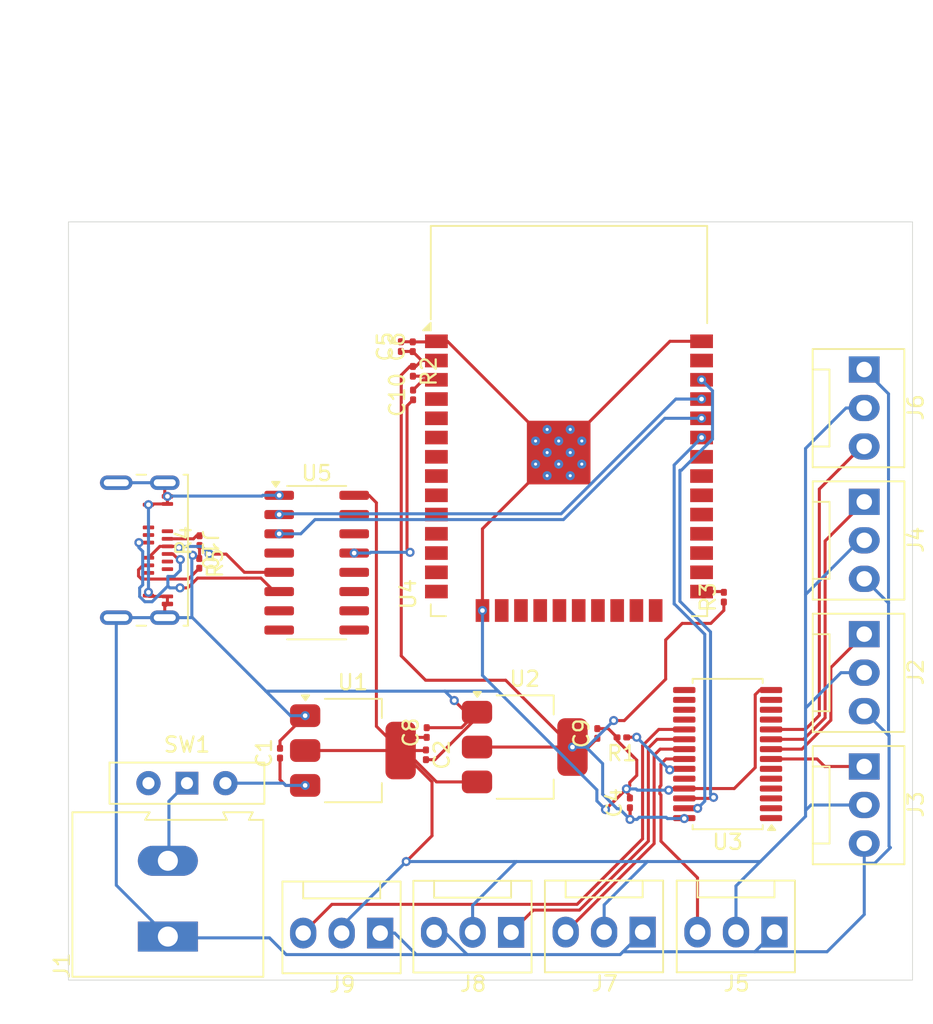
<source format=kicad_pcb>
(kicad_pcb (version 20241229) (generator "pcbnew") (generator_version "9.0")
  (layers (0 "F.Cu" signal) (2 "B.Cu" signal) (13 "F.Paste" user) (15 "B.Paste" user) (5 "F.SilkS" user "F.Silkscreen") (7 "B.SilkS" user "B.Silkscreen") (1 "F.Mask" user) (3 "B.Mask" user) (25 "Edge.Cuts" user))
  (net 0 "")
  (net 1 "GND")
  (net 2 "/12v")
  (net 3 "/5v")
  (net 4 "/EN")
  (net 5 "/3.3v")
  (net 6 "/2")
  (net 7 "/3")
  (net 8 "/4")
  (net 9 "/5")
  (net 10 "/6")
  (net 11 "/7")
  (net 12 "/D-")
  (net 13 "Net-(J10-CC2)")
  (net 14 "Net-(J10-CC1)")
  (net 16 "Net-(SW1-A)")
  (net 17 "/D+")
  (net 19 "/OE")
  (net 20 "/BOOT")
  (net 21 "/8")
  (net 23 "/SDA")
  (net 25 "/9")
  (net 30 "/SCL")
  (net 39 "/DTR")
  (net 48 "/TX")
  (net 65 "/RX")
  (footprint "Connector_USB:USB_C_Receptacle_Amphenol_124019772112A" (layer "F.Cu") (at 136.33 94.14 -90)
    (property "Reference" "J10")
    (property "Value" "USB_C_Receptacle_USB2.0_16P")
  )
  (footprint "Resistor_SMD:R_0201_0603Metric" (layer "F.Cu") (at 141.63 95.01 -90)
    (property "Reference" "R5")
    (property "Value" "5.1k")
  )
  (footprint "Capacitor_SMD:C_0201_0603Metric" (layer "F.Cu") (at 170.05 110.81 90)
    (property "Reference" "C4")
    (property "Value" "0.1 uF")
  )
  (footprint "Resistor_SMD:R_0201_0603Metric" (layer "F.Cu") (at 169.52 106.49 180)
    (property "Reference" "R1")
    (property "Value" "10k")
  )
  (footprint "Capacitor_SMD:C_0201_0603Metric" (layer "F.Cu") (at 155.74 83.9 90)
    (property "Reference" "C10")
    (property "Value" "0.1 uF")
  )
  (footprint "Connector:FanPinHeader_1x03_P2.54mm_Vertical" (layer "F.Cu") (at 185.515 99.68 -90)
    (property "Reference" "J2")
    (property "Value" "Conn_01x03_Pin")
  )
  (footprint "TerminalBlock:TerminalBlock_Altech_AK300-2_P5.00mm" (layer "F.Cu") (at 139.56 119.63 90)
    (property "Reference" "J1")
    (property "Value" "Screw_Terminal_01x02")
  )
  (footprint "Resistor_SMD:R_0201_0603Metric" (layer "F.Cu") (at 155.73 82.34 -90)
    (property "Reference" "R2")
    (property "Value" "10k")
  )
  (footprint "Capacitor_SMD:C_0201_0603Metric" (layer "F.Cu") (at 156.59 107.64 -90)
    (property "Reference" "C2")
    (property "Value" "10 uF")
  )
  (footprint "Capacitor_SMD:C_0201_0603Metric" (layer "F.Cu") (at 146.96 107.53 90)
    (property "Reference" "C1")
    (property "Value" "10 uF")
  )
  (footprint "Connector:FanPinHeader_1x03_P2.54mm_Vertical" (layer "F.Cu") (at 153.57 119.4 180)
    (property "Reference" "J9")
    (property "Value" "Conn_01x03_Pin")
  )
  (footprint "Resistor_SMD:R_0201_0603Metric" (layer "F.Cu") (at 141.65 93.51 90)
    (property "Reference" "R4")
    (property "Value" "5.1k")
  )
  (footprint "Capacitor_SMD:C_0201_0603Metric" (layer "F.Cu") (at 156.64 106.17 90)
    (property "Reference" "C8")
    (property "Value" "0.1 mF")
  )
  (footprint "Capacitor_SMD:C_0201_0603Metric" (layer "F.Cu") (at 154.94 80.71 90)
    (property "Reference" "C5")
    (property "Value" "22 uF")
  )
  (footprint "Package_TO_SOT_SMD:SOT-223-3_TabPin2" (layer "F.Cu") (at 151.77 107.3575)
    (property "Reference" "U1")
    (property "Value" "NCP1117-1.5_SOT223")
  )
  (footprint "RF_Module:ESP32-WROOM-32" (layer "F.Cu") (at 166.03 88.61)
    (property "Reference" "U4")
    (property "Value" "ESP32-WROOM-32")
  )
  (footprint "Connector:FanPinHeader_1x03_P2.54mm_Vertical" (layer "F.Cu") (at 162.21 119.35 180)
    (property "Reference" "J8")
    (property "Value" "Conn_01x03_Pin")
  )
  (footprint "Button_Switch_THT:SW_Slide-03_Wuerth-WS-SLTV_10x2.5x6.4_P2.54mm" (layer "F.Cu") (at 140.82 109.51)
    (property "Reference" "SW1")
    (property "Value" "SW_Wuerth_450301014042")
  )
  (footprint "Connector:FanPinHeader_1x03_P2.54mm_Vertical" (layer "F.Cu") (at 170.89 119.335 180)
    (property "Reference" "J7")
    (property "Value" "Conn_01x03_Pin")
  )
  (footprint "Capacitor_SMD:C_0201_0603Metric" (layer "F.Cu") (at 155.72 80.72 90)
    (property "Reference" "C6")
    (property "Value" "100 nF")
  )
  (footprint "Package_SO:TSSOP-28_4.4x9.7mm_P0.65mm" (layer "F.Cu") (at 176.5 107.59 180)
    (property "Reference" "U3")
    (property "Value" "PCA9685PW")
  )
  (footprint "Connector:FanPinHeader_1x03_P2.54mm_Vertical" (layer "F.Cu") (at 185.515 108.41 -90)
    (property "Reference" "J3")
    (property "Value" "Conn_01x03_Pin")
  )
  (footprint "Connector:FanPinHeader_1x03_P2.54mm_Vertical" (layer "F.Cu") (at 185.51 82.22 -90)
    (property "Reference" "J6")
    (property "Value" "Conn_01x03_Pin")
  )
  (footprint "Connector:FanPinHeader_1x03_P2.54mm_Vertical" (layer "F.Cu") (at 185.515 90.95 -90)
    (property "Reference" "J4")
    (property "Value" "Conn_01x03_Pin")
  )
  (footprint "Package_SO:SOIC-16_3.9x9.9mm_P1.27mm" (layer "F.Cu") (at 149.38 94.965)
    (property "Reference" "U5")
    (property "Value" "CH340C")
  )
  (footprint "Capacitor_SMD:C_0201_0603Metric" (layer "F.Cu") (at 167.9 106.23 90)
    (property "Reference" "C9")
    (property "Value" "100 mF")
  )
  (footprint "Package_TO_SOT_SMD:SOT-223-3_TabPin2" (layer "F.Cu") (at 163.11 107.1275)
    (property "Reference" "U2")
    (property "Value" "LM1117MP-3.3")
  )
  (footprint "Connector:FanPinHeader_1x03_P2.54mm_Vertical" (layer "F.Cu") (at 179.59 119.335 180)
    (property "Reference" "J5")
    (property "Value" "Conn_01x03_Pin")
  )
  (footprint "Resistor_SMD:R_0201_0603Metric" (layer "F.Cu") (at 176.25 97.24 90)
    (property "Reference" "R3")
    (property "Value" "10k")
  )
  (gr_rect (start 133 72.48) (end 188.7 122.5) (stroke (width 0.05)) (fill no) (layer "Edge.Cuts"))
  (segment (start 168.96 110.73) (end 168.439878 111.250122) (width 0.2) (layer "F.Cu") (net 1))
  (segment (start 157.24 80.4) (end 157.28 80.36) (width 0.2) (layer "F.Cu") (net 1))
  (segment (start 159.96 105.18) (end 159.96 104.8275) (width 0.2) (layer "F.Cu") (net 1))
  (segment (start 141.610732 94.69) (end 141.63 94.69) (width 0.2) (layer "F.Cu") (net 1))
  (segment (start 172.714 109.865) (end 173.6375 109.865) (width 0.2) (layer "F.Cu") (net 1))
  (segment (start 159.2275 104.8275) (end 158.46 104.06) (width 0.2) (layer "F.Cu") (net 1))
  (segment (start 141.506842 94.58611) (end 141.610732 94.69) (width 0.2) (layer "F.Cu") (net 1))
  (segment (start 141.30611 94.58611) (end 141.506842 94.58611) (width 0.2) (layer "F.Cu") (net 1))
  (segment (start 169.82 109.889955) (end 168.979955 110.73) (width 0.2) (layer "F.Cu") (net 1))
  (segment (start 169.82 109.889955) (end 169.82 110.09977) (width 0.2) (layer "F.Cu") (net 1))
  (segment (start 167.9 105.91) (end 168.62 105.91) (width 0.2) (layer "F.Cu") (net 1))
  (segment (start 169.2 106.689999) (end 169.2 106.49) (width 0.2) (layer "F.Cu") (net 1))
  (segment (start 158.01 80.36) (end 163.825 86.175) (width 0.2) (layer "F.Cu") (net 1))
  (segment (start 146.96 106.7175) (end 148.62 105.0575) (width 0.2) (layer "F.Cu") (net 1))
  (segment (start 139.53 97.19) (end 138.33 97.19) (width 0.2) (layer "F.Cu") (net 1))
  (segment (start 141.65 94.67) (end 141.63 94.69) (width 0.2) (layer "F.Cu") (net 1))
  (segment (start 156.59 107.96) (end 157.18 107.96) (width 0.2) (layer "F.Cu") (net 1))
  (segment (start 178.32 108.48) (end 176.935 109.865) (width 0.2) (layer "F.Cu") (net 1))
  (segment (start 141.65 93.83) (end 141.65 94.67) (width 0.2) (layer "F.Cu") (net 1))
  (segment (start 172.69 80.36) (end 174.78 80.36) (width 0.2) (layer "F.Cu") (net 1))
  (segment (start 146.96 107.21) (end 146.96 106.7175) (width 0.2) (layer "F.Cu") (net 1))
  (segment (start 163.825 89.225) (end 160.32 92.73) (width 0.2) (layer "F.Cu") (net 1))
  (segment (start 139.53 90.59) (end 139.53 91.09) (width 0.2) (layer "F.Cu") (net 1))
  (segment (start 176.935 109.865) (end 173.6375 109.865) (width 0.2) (layer "F.Cu") (net 1))
  (segment (start 159.96 104.8275) (end 159.2275 104.8275) (width 0.2) (layer "F.Cu") (net 1))
  (segment (start 155.72 80.4) (end 157.24 80.4) (width 0.2) (layer "F.Cu") (net 1))
  (segment (start 170.04014 109.669815) (end 170.04014 109.46) (width 0.2) (layer "F.Cu") (net 1))
  (segment (start 179.3625 103.365) (end 178.625001 103.365) (width 0.2) (layer "F.Cu") (net 1))
  (segment (start 178.625001 103.365) (end 178.32 103.670001) (width 0.2) (layer "F.Cu") (net 1))
  (segment (start 156.64 105.85) (end 158.9375 105.85) (width 0.2) (layer "F.Cu") (net 1))
  (segment (start 138.28 97.14) (end 138.28 96.917561) (width 0.2) (layer "F.Cu") (net 1))
  (segment (start 169.82 110.09977) (end 170.067412 110.347182) (width 0.2) (layer "F.Cu") (net 1))
  (segment (start 138.33 97.19) (end 138.28 97.14) (width 0.2) (layer "F.Cu") (net 1))
  (segment (start 158.9375 105.85) (end 159.96 104.8275) (width 0.2) (layer "F.Cu") (net 1))
  (segment (start 172.609 109.97) (end 172.714 109.865) (width 0.2) (layer "F.Cu") (net 1))
  (segment (start 170.067412 110.347182) (end 170.067412 110.472588) (width 0.2) (layer "F.Cu") (net 1))
  (segment (start 139.355 98.59) (end 139.355 97.865) (width 0.2) (layer "F.Cu") (net 1))
  (segment (start 173.6375 109.865) (end 173.5475 109.955) (width 0.2) (layer "F.Cu") (net 1))
  (segment (start 141.195 94.475) (end 141.30611 94.58611) (width 0.2) (layer "F.Cu") (net 1))
  (segment (start 160.32 92.73) (end 160.32 98.12) (width 0.2) (layer "F.Cu") (net 1))
  (segment (start 168.979955 110.73) (end 168.96 110.73) (width 0.2) (layer "F.Cu") (net 1))
  (segment (start 170.04014 109.46) (end 170.505 108.99514) (width 0.2) (layer "F.Cu") (net 1))
  (segment (start 154.94 80.39) (end 155.71 80.39) (width 0.2) (layer "F.Cu") (net 1))
  (segment (start 139.355 97.865) (end 139.53 97.69) (width 0.2) (layer "F.Cu") (net 1))
  (segment (start 169.82 109.889955) (end 170.04014 109.669815) (width 0.2) (layer "F.Cu") (net 1))
  (segment (start 139.355 89.69) (end 139.355 90.415) (width 0.2) (layer "F.Cu") (net 1))
  (segment (start 166.875 86.175) (end 172.69 80.36) (width 0.2) (layer "F.Cu") (net 1))
  (segment (start 168.62 105.91) (end 169.2 106.49) (width 0.2) (layer "F.Cu") (net 1))
  (segment (start 170.505 108.99514) (end 170.505 107.994999) (width 0.2) (layer "F.Cu") (net 1))
  (segment (start 139.355 90.415) (end 139.53 90.59) (width 0.2) (layer "F.Cu") (net 1))
  (segment (start 157.18 107.96) (end 159.96 105.18) (width 0.2) (layer "F.Cu") (net 1))
  (segment (start 178.32 103.670001) (end 178.32 108.48) (width 0.2) (layer "F.Cu") (net 1))
  (segment (start 138.33 91.09) (end 138.28 91.14) (width 0.2) (layer "F.Cu") (net 1))
  (segment (start 138.28 96.917561) (end 138.279 96.916561) (width 0.2) (layer "F.Cu") (net 1))
  (segment (start 155.71 80.39) (end 155.72 80.4) (width 0.2) (layer "F.Cu") (net 1))
  (segment (start 170.067412 110.472588) (end 170.05 110.49) (width 0.2) (layer "F.Cu") (net 1))
  (segment (start 139.53 91.09) (end 138.33 91.09) (width 0.2) (layer "F.Cu") (net 1))
  (segment (start 139.53 97.69) (end 139.53 97.19) (width 0.2) (layer "F.Cu") (net 1))
  (segment (start 170.505 107.994999) (end 169.2 106.689999) (width 0.2) (layer "F.Cu") (net 1))
  (segment (start 157.28 80.36) (end 158.01 80.36) (width 0.2) (layer "F.Cu") (net 1))
  (via (at 169.82 109.889955) (size 0.6) (drill 0.3) (layers "F.Cu" "B.Cu") (net 1))
  (via (at 139.53 90.59) (size 0.6) (drill 0.3) (layers "F.Cu" "B.Cu") (net 1))
  (via (at 138.28 91.14) (size 0.6) (drill 0.3) (layers "F.Cu" "B.Cu") (net 1))
  (via (at 160.32 98.12) (size 0.6) (drill 0.3) (layers "F.Cu" "B.Cu") (net 1))
  (via (at 141.195 94.475) (size 0.6) (drill 0.3) (layers "F.Cu" "B.Cu") (net 1))
  (via (at 138.279 96.916561) (size 0.6) (drill 0.3) (layers "F.Cu" "B.Cu") (net 1))
  (via (at 158.46 104.06) (size 0.6) (drill 0.3) (layers "F.Cu" "B.Cu") (net 1))
  (via (at 146.905 90.52) (size 0.6) (drill 0.3) (layers "F.Cu" "B.Cu") (net 1))
  (via (at 168.439878 111.250122) (size 0.6) (drill 0.3) (layers "F.Cu" "B.Cu") (net 1))
  (via (at 148.62 105.0575) (size 0.6) (drill 0.3) (layers "F.Cu" "B.Cu") (net 1))
  (via (at 172.609 109.97) (size 0.6) (drill 0.3) (layers "F.Cu" "B.Cu") (net 1))
  (segment (start 169.405 120.82) (end 159.31 120.82) (width 0.2) (layer "B.Cu") (net 1))
  (segment (start 185.515 118.175) (end 185.515 114.79) (width 0.2) (layer "B.Cu") (net 1))
  (segment (start 169.594 120.631) (end 170.89 119.335) (width 0.2) (layer "B.Cu") (net 1))
  (segment (start 157.13 119.35) (end 157.84 119.35) (width 0.2) (layer "B.Cu") (net 1))
  (segment (start 157.13 119.886) (end 157.14 119.896) (width 0.2) (layer "B.Cu") (net 1))
  (segment (start 158.46 104.06) (end 157.84 103.44) (width 0.2) (layer "B.Cu") (net 1))
  (segment (start 154.53 119.4) (end 155.95 120.82) (width 0.2) (layer "B.Cu") (net 1))
  (segment (start 178.294 120.631) (end 179.59 119.335) (width 0.2) (layer "B.Cu") (net 1))
  (segment (start 159.31 120.82) (end 155.95 120.82) (width 0.2) (layer "B.Cu") (net 1))
  (segment (start 141.195 94.475) (end 141.141676 94.528324) (width 0.2) (layer "B.Cu") (net 1))
  (segment (start 185.51 82.22) (end 187.115 83.825) (width 0.2) (layer "B.Cu") (net 1))
  (segment (start 168.439878 111.250122) (end 167.87 110.680244) (width 0.2) (layer "B.Cu") (net 1))
  (segment (start 169.594 120.631) (end 169.405 120.82) (width 0.2) (layer "B.Cu") (net 1))
  (segment (start 167.87 110.680244) (end 167.87 109.95) (width 0.2) (layer "B.Cu") (net 1))
  (segment (start 146.265 119.715) (end 147.37 120.82) (width 0.2) (layer "B.Cu") (net 1))
  (segment (start 141.141676 98.551676) (end 141.18 98.59) (width 0.2) (layer "B.Cu") (net 1))
  (segment (start 185.515 114.79) (end 186.21 114.79) (width 0.2) (layer "B.Cu") (net 1))
  (segment (start 139.55 90.57) (end 145.77 90.57) (width 0.2) (layer "B.Cu") (net 1))
  (segment (start 138.28 96.915561) (end 138.279 96.916561) (width 0.2) (layer "B.Cu") (net 1))
  (segment (start 147.37 120.82) (end 155.95 120.82) (width 0.2) (layer "B.Cu") (net 1))
  (segment (start 187.115 106.36) (end 185.515 104.76) (width 0.2) (layer "B.Cu") (net 1))
  (segment (start 145.77 90.57) (end 145.82 90.52) (width 0.2) (layer "B.Cu") (net 1))
  (segment (start 167.87 109.95) (end 161.36 103.44) (width 0.2) (layer "B.Cu") (net 1))
  (segment (start 153.57 119.4) (end 153.58 119.41) (width 0.2) (layer "B.Cu") (net 1))
  (segment (start 141.141676 94.528324) (end 141.141676 98.551676) (width 0.2) (layer "B.Cu") (net 1))
  (segment (start 187.24 113.76) (end 187.15 113.67) (width 0.2) (layer "B.Cu") (net 1))
  (segment (start 148.62 105.0575) (end 147.6475 105.0575) (width 0.2) (layer "B.Cu") (net 1))
  (segment (start 187.115 97.63) (end 185.515 96.03) (width 0.2) (layer "B.Cu") (net 1))
  (segment (start 139.545 119.63) (end 139.56 119.63) (width 0.2) (layer "B.Cu") (net 1))
  (segment (start 141.18 98.59) (end 139.355 98.59) (width 0.2) (layer "B.Cu") (net 1))
  (segment (start 153.58 119.41) (end 153.58 119.896) (width 0.2) (layer "B.Cu") (net 1))
  (segment (start 157.84 103.44) (end 146.03 103.44) (width 0.2) (layer "B.Cu") (net 1))
  (segment (start 178.294 120.631) (end 183.059 120.631) (width 0.2) (layer "B.Cu") (net 1))
  (segment (start 187.15 113.67) (end 187.15 106.36) (width 0.2) (layer "B.Cu") (net 1))
  (segment (start 161.36 103.44) (end 160.32 102.4) (width 0.2) (layer "B.Cu") (net 1))
  (segment (start 169.82 109.889955) (end 170.455955 109.889955) (width 0.2) (layer "B.Cu") (net 1))
  (segment (start 139.53 90.59) (end 139.55 90.57) (width 0.2) (layer "B.Cu") (net 1))
  (segment (start 139.645 119.715) (end 146.265 119.715) (width 0.2) (layer "B.Cu") (net 1))
  (segment (start 136.155 116.24) (end 139.545 119.63) (width 0.2) (layer "B.Cu") (net 1))
  (segment (start 169.594 120.631) (end 178.294 120.631) (width 0.2) (layer "B.Cu") (net 1))
  (segment (start 153.57 119.4) (end 154.53 119.4) (width 0.2) (layer "B.Cu") (net 1))
  (segment (start 146.03 103.44) (end 141.18 98.59) (width 0.2) (layer "B.Cu") (net 1))
  (segment (start 183.059 120.631) (end 185.515 118.175) (width 0.2) (layer "B.Cu") (net 1))
  (segment (start 170.455955 109.889955) (end 170.536 109.97) (width 0.2) (layer "B.Cu") (net 1))
  (segment (start 136.155 89.69) (end 139.355 89.69) (width 0.2) (layer "B.Cu") (net 1))
  (segment (start 138.28 91.14) (end 138.28 96.915561) (width 0.2) (layer "B.Cu") (net 1))
  (segment (start 157.13 119.35) (end 157.13 119.886) (width 0.2) (layer "B.Cu") (net 1))
  (segment (start 136.155 98.59) (end 139.355 98.59) (width 0.2) (layer "B.Cu") (net 1))
  (segment (start 157.84 119.35) (end 159.31 120.82) (width 0.2) (layer "B.Cu") (net 1))
  (segment (start 187.115 106.36) (end 187.115 97.63) (width 0.2) (layer "B.Cu") (net 1))
  (segment (start 185.515 114.79) (end 185.515 113.49) (width 0.2) (layer "B.Cu") (net 1))
  (segment (start 136.155 98.59) (end 136.155 116.24) (width 0.2) (layer "B.Cu") (net 1))
  (segment (start 186.21 114.79) (end 187.24 113.76) (width 0.2) (layer "B.Cu") (net 1))
  (segment (start 145.82 90.52) (end 146.905 90.52) (width 0.2) (layer "B.Cu") (net 1))
  (segment (start 147.6475 105.0575) (end 146.03 103.44) (width 0.2) (layer "B.Cu") (net 1))
  (segment (start 187.15 106.36) (end 187.115 106.36) (width 0.2) (layer "B.Cu") (net 1))
  (segment (start 160.32 102.4) (end 160.32 98.12) (width 0.2) (layer "B.Cu") (net 1))
  (segment (start 139.56 119.63) (end 139.645 119.715) (width 0.2) (layer "B.Cu") (net 1))
  (segment (start 161.36 103.44) (end 157.84 103.44) (width 0.2) (layer "B.Cu") (net 1))
  (segment (start 187.115 83.825) (end 187.115 97.63) (width 0.2) (layer "B.Cu") (net 1))
  (segment (start 170.536 109.97) (end 172.609 109.97) (width 0.2) (layer "B.Cu") (net 1))
  (segment (start 139.63 110.7) (end 140.82 109.51) (width 0.2) (layer "B.Cu") (net 2))
  (segment (start 139.63 114.56) (end 139.63 110.7) (width 0.2) (layer "B.Cu") (net 2))
  (segment (start 139.56 114.63) (end 139.63 114.56) (width 0.2) (layer "B.Cu") (net 2))
  (segment (start 153.32 105.7575) (end 153.32 91.010001) (width 0.2) (layer "F.Cu") (net 3))
  (segment (start 155.7875 106.49) (end 156.64 106.49) (width 0.2) (layer "F.Cu") (net 3))
  (segment (start 156.99 109.4275) (end 156.99 112.98) (width 0.2) (layer "F.Cu") (net 3))
  (segment (start 153.32 91.010001) (end 152.829999 90.52) (width 0.2) (layer "F.Cu") (net 3))
  (segment (start 154.92 107.3575) (end 156.99 109.4275) (width 0.2) (layer "F.Cu") (net 3))
  (segment (start 154.92 107.3575) (end 155.60125 108.03875) (width 0.2) (layer "F.Cu") (net 3))
  (segment (start 156.5525 107.3575) (end 156.59 107.32) (width 0.2) (layer "F.Cu") (net 3))
  (segment (start 157.285914 109.4275) (end 159.96 109.4275) (width 0.2) (layer "F.Cu") (net 3))
  (segment (start 152.829999 90.52) (end 151.855 90.52) (width 0.2) (layer "F.Cu") (net 3))
  (segment (start 148.62 107.3575) (end 154.92 107.3575) (width 0.2) (layer "F.Cu") (net 3))
  (segment (start 154.92 107.3575) (end 156.5525 107.3575) (width 0.2) (layer "F.Cu") (net 3))
  (segment (start 155.897164 108.03875) (end 157.285914 109.4275) (width 0.2) (layer "F.Cu") (net 3))
  (segment (start 154.92 107.3575) (end 155.7875 106.49) (width 0.2) (layer "F.Cu") (net 3))
  (segment (start 154.92 107.3575) (end 153.32 105.7575) (width 0.2) (layer "F.Cu") (net 3))
  (segment (start 156.99 112.98) (end 155.29 114.68) (width 0.2) (layer "F.Cu") (net 3))
  (segment (start 155.60125 108.03875) (end 155.897164 108.03875) (width 0.2) (layer "F.Cu") (net 3))
  (via (at 155.29 114.68) (size 0.6) (drill 0.3) (layers "F.Cu" "B.Cu") (net 3))
  (segment (start 155.29 114.68) (end 162.42 114.68) (width 0.2) (layer "B.Cu") (net 3))
  (segment (start 162.42 114.68) (end 162.56 114.68) (width 0.2) (layer "B.Cu") (net 3))
  (segment (start 151.37 118.6) (end 150.89 118.6) (width 0.2) (layer "B.Cu") (net 3))
  (segment (start 168.35 117.54) (end 171.21 114.68) (width 0.2) (layer "B.Cu") (net 3))
  (segment (start 185.22 93.49) (end 181.64 97.07) (width 0.2) (layer "B.Cu") (net 3))
  (segment (start 184.31 84.76) (end 185.51 84.76) (width 0.2) (layer "B.Cu") (net 3))
  (segment (start 151.03 118.94) (end 155.29 114.68) (width 0.2) (layer "B.Cu") (net 3))
  (segment (start 181.64 104.56) (end 181.64 97.07) (width 0.2) (layer "B.Cu") (net 3))
  (segment (start 159.67 119.35) (end 159.67 117.57) (width 0.2) (layer "B.Cu") (net 3))
  (segment (start 177.05 116.29) (end 178.66 114.68) (width 0.2) (layer "B.Cu") (net 3))
  (segment (start 185.515 110.95) (end 182 110.95) (width 0.2) (layer "B.Cu") (net 3))
  (segment (start 185.515 93.49) (end 185.22 93.49) (width 0.2) (layer "B.Cu") (net 3))
  (segment (start 181.64 111.31) (end 181.64 104.56) (width 0.2) (layer "B.Cu") (net 3))
  (segment (start 171.21 114.68) (end 178.66 114.68) (width 0.2) (layer "B.Cu") (net 3))
  (segment (start 162.56 114.68) (end 171.21 114.68) (width 0.2) (layer "B.Cu") (net 3))
  (segment (start 168.35 119.335) (end 168.35 117.54) (width 0.2) (layer "B.Cu") (net 3))
  (segment (start 181.64 111.7) (end 181.64 111.31) (width 0.2) (layer "B.Cu") (net 3))
  (segment (start 183.98 102.22) (end 181.64 104.56) (width 0.2) (layer "B.Cu") (net 3))
  (segment (start 151.03 119.4) (end 151.03 118.94) (width 0.2) (layer "B.Cu") (net 3))
  (segment (start 182 110.95) (end 181.64 111.31) (width 0.2) (layer "B.Cu") (net 3))
  (segment (start 181.64 97.07) (end 181.64 87.43) (width 0.2) (layer "B.Cu") (net 3))
  (segment (start 159.67 117.57) (end 162.56 114.68) (width 0.2) (layer "B.Cu") (net 3))
  (segment (start 181.64 87.43) (end 184.31 84.76) (width 0.2) (layer "B.Cu") (net 3))
  (segment (start 185.515 102.22) (end 183.98 102.22) (width 0.2) (layer "B.Cu") (net 3))
  (segment (start 177.05 119.335) (end 177.05 116.29) (width 0.2) (layer "B.Cu") (net 3))
  (segment (start 178.66 114.68) (end 181.64 111.7) (width 0.2) (layer "B.Cu") (net 3))
  (segment (start 156.42 82.9) (end 157.28 82.9) (width 0.2) (layer "F.Cu") (net 4))
  (segment (start 155.74 83.58) (end 156.42 82.9) (width 0.2) (layer "F.Cu") (net 4))
  (segment (start 157.04 82.66) (end 157.28 82.9) (width 0.2) (layer "F.Cu") (net 4))
  (segment (start 155.73 82.66) (end 157.04 82.66) (width 0.2) (layer "F.Cu") (net 4))
  (segment (start 154.96 101.11) (end 154.96 82.590001) (width 0.2) (layer "F.Cu") (net 5))
  (segment (start 170.063038 111.895364) (end 170.063038 111.143038) (width 0.2) (layer "F.Cu") (net 5))
  (segment (start 170.063038 111.143038) (end 170.05 111.13) (width 0.2) (layer "F.Cu") (net 5))
  (segment (start 155.71 81.03) (end 155.72 81.04) (width 0.2) (layer "F.Cu") (net 5))
  (segment (start 156.57 102.72) (end 154.96 101.11) (width 0.2) (layer "F.Cu") (net 5))
  (segment (start 154.96 82.590001) (end 155.530001 82.02) (width 0.2) (layer "F.Cu") (net 5))
  (segment (start 161.8525 102.72) (end 156.57 102.72) (width 0.2) (layer "F.Cu") (net 5))
  (segment (start 166.26 107.1275) (end 161.8525 102.72) (width 0.2) (layer "F.Cu") (net 5))
  (segment (start 169.68 105.38) (end 172.41 102.65) (width 0.2) (layer "F.Cu") (net 5))
  (segment (start 155.530001 82.02) (end 155.73 82.02) (width 0.2) (layer "F.Cu") (net 5))
  (segment (start 155.73 82.02) (end 155.92 82.02) (width 0.2) (layer "F.Cu") (net 5))
  (segment (start 176.25 98.11) (end 176.25 97.56) (width 0.2) (layer "F.Cu") (net 5))
  (segment (start 173.6375 111.845) (end 173.6375 111.815) (width 0.2) (layer "F.Cu") (net 5))
  (segment (start 155.72 82.01) (end 155.73 82.02) (width 0.2) (layer "F.Cu") (net 5))
  (segment (start 170.058415 111.899987) (end 170.063038 111.895364) (width 0.2) (layer "F.Cu") (net 5))
  (segment (start 170.05 111.186962) (end 170.05 111.13) (width 0.2) (layer "F.Cu") (net 5))
  (segment (start 156.31 81.63) (end 157.28 81.63) (width 0.2) (layer "F.Cu") (net 5))
  (segment (start 154.94 81.03) (end 155.71 81.03) (width 0.2) (layer "F.Cu") (net 5))
  (segment (start 175.39 98.97) (end 176.25 98.11) (width 0.2) (layer "F.Cu") (net 5))
  (segment (start 172.41 100.06) (end 173.5 98.97) (width 0.2) (layer "F.Cu") (net 5))
  (segment (start 168.98 105.38) (end 169.68 105.38) (width 0.2) (layer "F.Cu") (net 5))
  (segment (start 167.3225 107.1275) (end 167.9 106.55) (width 0.2) (layer "F.Cu") (net 5))
  (segment (start 155.92 82.02) (end 156.31 81.63) (width 0.2) (layer "F.Cu") (net 5))
  (segment (start 172.41 102.65) (end 172.41 100.06) (width 0.2) (layer "F.Cu") (net 5))
  (segment (start 155.72 81.04) (end 156.31 81.63) (width 0.2) (layer "F.Cu") (net 5))
  (segment (start 166.26 107.1275) (end 167.3225 107.1275) (width 0.2) (layer "F.Cu") (net 5))
  (segment (start 173.5 98.97) (end 175.39 98.97) (width 0.2) (layer "F.Cu") (net 5))
  (segment (start 170.058415 111.195377) (end 170.05 111.186962) (width 0.2) (layer "F.Cu") (net 5))
  (segment (start 166.26 107.1275) (end 159.96 107.1275) (width 0.2) (layer "F.Cu") (net 5))
  (segment (start 170.058415 111.899987) (end 170.058415 111.195377) (width 0.2) (layer "F.Cu") (net 5))
  (via (at 170.058415 111.899987) (size 0.6) (drill 0.3) (layers "F.Cu" "B.Cu") (net 5))
  (via (at 173.6375 111.845) (size 0.6) (drill 0.3) (layers "F.Cu" "B.Cu") (net 5))
  (via (at 168.98 105.38) (size 0.6) (drill 0.3) (layers "F.Cu" "B.Cu") (net 5))
  (via (at 166.26 107.1275) (size 0.6) (drill 0.3) (layers "F.Cu" "B.Cu") (net 5))
  (segment (start 169.21 111.2) (end 169.358428 111.2) (width 0.2) (layer "B.Cu") (net 5))
  (segment (start 166.26 107.1275) (end 167.2325 107.1275) (width 0.2) (layer "B.Cu") (net 5))
  (segment (start 167.1575 107.1275) (end 168.251 108.221) (width 0.2) (layer "B.Cu") (net 5))
  (segment (start 168.251 110.241) (end 169.21 111.2) (width 0.2) (layer "B.Cu") (net 5))
  (segment (start 172.525 111.845) (end 173.6375 111.845) (width 0.2) (layer "B.Cu") (net 5))
  (segment (start 166.26 107.1275) (end 167.1575 107.1275) (width 0.2) (layer "B.Cu") (net 5))
  (segment (start 167.2325 107.1275) (end 168.98 105.38) (width 0.2) (layer "B.Cu") (net 5))
  (segment (start 170.66 111.76) (end 172.44 111.76) (width 0.2) (layer "B.Cu") (net 5))
  (segment (start 168.251 108.221) (end 168.251 110.241) (width 0.2) (layer "B.Cu") (net 5))
  (segment (start 172.44 111.76) (end 172.525 111.845) (width 0.2) (layer "B.Cu") (net 5))
  (segment (start 169.358428 111.2) (end 170.058415 111.899987) (width 0.2) (layer "B.Cu") (net 5))
  (segment (start 170.520013 111.899987) (end 170.66 111.76) (width 0.2) (layer "B.Cu") (net 5))
  (segment (start 170.058415 111.899987) (end 170.520013 111.899987) (width 0.2) (layer "B.Cu") (net 5))
  (segment (start 179.3625 107.915) (end 182.407 107.915) (width 0.2) (layer "F.Cu") (net 6))
  (segment (start 185.515 108.41) (end 182.902 108.41) (width 0.2) (layer "F.Cu") (net 6))
  (segment (start 182.407 107.915) (end 182.902 108.41) (width 0.2) (layer "F.Cu") (net 6))
  (segment (start 182.931 93.534) (end 185.515 90.95) (width 0.2) (layer "F.Cu") (net 7))
  (segment (start 181.513815 106.615) (end 182.931 105.197815) (width 0.2) (layer "F.Cu") (net 7))
  (segment (start 179.3625 106.615) (end 181.513815 106.615) (width 0.2) (layer "F.Cu") (net 7))
  (segment (start 182.931 105.197815) (end 182.931 93.534) (width 0.2) (layer "F.Cu") (net 7))
  (segment (start 185.51 87.3) (end 185.36 87.3) (width 0.2) (layer "F.Cu") (net 8))
  (segment (start 179.3625 105.965) (end 181.625 105.965) (width 0.2) (layer "F.Cu") (net 8))
  (segment (start 182.55 105.04) (end 182.55 90.11) (width 0.2) (layer "F.Cu") (net 8))
  (segment (start 181.625 105.965) (end 182.55 105.04) (width 0.2) (layer "F.Cu") (net 8))
  (segment (start 185.36 87.3) (end 182.55 90.11) (width 0.2) (layer "F.Cu") (net 8))
  (segment (start 170.886 107.034) (end 170.886 113.181368) (width 0.2) (layer "F.Cu") (net 9))
  (segment (start 150.387908 117.502092) (end 148.49 119.4) (width 0.2) (layer "F.Cu") (net 9))
  (segment (start 166.565276 117.502092) (end 150.387908 117.502092) (width 0.2) (layer "F.Cu") (net 9))
  (segment (start 170.886 113.181368) (end 166.565276 117.502092) (width 0.2) (layer "F.Cu") (net 9))
  (segment (start 171.955 105.965) (end 170.886 107.034) (width 0.2) (layer "F.Cu") (net 9))
  (segment (start 173.6375 105.965) (end 171.955 105.965) (width 0.2) (layer "F.Cu") (net 9))
  (segment (start 185.515 99.68) (end 183.312 101.883) (width 0.2) (layer "F.Cu") (net 10))
  (segment (start 179.3625 107.265) (end 181.40263 107.265) (width 0.2) (layer "F.Cu") (net 10))
  (segment (start 181.40263 107.265) (end 183.312 105.355631) (width 0.2) (layer "F.Cu") (net 10))
  (segment (start 183.312 101.883) (end 183.312 105.355631) (width 0.2) (layer "F.Cu") (net 10))
  (segment (start 171.267 107.191816) (end 171.843816 106.615) (width 0.2) (layer "F.Cu") (net 11))
  (segment (start 171.843816 106.615) (end 173.6375 106.615) (width 0.2) (layer "F.Cu") (net 11))
  (segment (start 171.267 113.339183) (end 171.267 107.191816) (width 0.2) (layer "F.Cu") (net 11))
  (segment (start 162.21 119.35) (end 163.676908 117.883092) (width 0.2) (layer "F.Cu") (net 11))
  (segment (start 166.723092 117.883092) (end 171.267 113.339183) (width 0.2) (layer "F.Cu") (net 11))
  (segment (start 163.676908 117.883092) (end 166.723092 117.883092) (width 0.2) (layer "F.Cu") (net 11))
  (segment (start 162.17 118.6) (end 162.07 118.6) (width 0.2) (layer "B.Cu") (net 11))
  (segment (start 145.697318 95.981) (end 144.767816 95.981) (width 0.2) (layer "F.Cu") (net 12))
  (segment (start 140.259202 94.756686) (end 139.892516 94.39) (width 0.2) (layer "F.Cu") (net 12))
  (segment (start 138.077931 93.642069) (end 138.08 93.64) (width 0.2) (layer "F.Cu") (net 12))
  (segment (start 141.189408 96.309408) (end 140.872815 96.626) (width 0.2) (layer "F.Cu") (net 12))
  (segment (start 137.64901 93.642069) (end 138.077931 93.642069) (width 0.2) (layer "F.Cu") (net 12))
  (segment (start 140.872815 96.626) (end 140.36 96.626) (width 0.2) (layer "F.Cu") (net 12))
  (segment (start 139.892516 94.39) (end 139.53 94.39) (width 0.2) (layer "F.Cu") (net 12))
  (segment (start 140.379941 94.756686) (end 140.259202 94.756686) (width 0.2) (layer "F.Cu") (net 12))
  (segment (start 140.380731 94.757476) (end 140.379941 94.756686) (width 0.2) (layer "F.Cu") (net 12))
  (segment (start 144.767816 95.981) (end 141.517816 95.981) (width 0.2) (layer "F.Cu") (net 12))
  (segment (start 141.517816 95.981) (end 141.189408 96.309408) (width 0.2) (layer "F.Cu") (net 12))
  (segment (start 146.905 96.87) (end 146.586318 96.87) (width 0.2) (layer "F.Cu") (net 12))
  (segment (start 146.586318 96.87) (end 145.697318 95.981) (width 0.2) (layer "F.Cu") (net 12))
  (segment (start 138.08 93.64) (end 138.28 93.64) (width 0.2) (layer "F.Cu") (net 12))
  (via (at 140.36 96.626) (size 0.6) (drill 0.3) (layers "F.Cu" "B.Cu") (net 12))
  (via (at 140.380731 94.757476) (size 0.6) (drill 0.3) (layers "F.Cu" "B.Cu") (net 12))
  (via (at 137.64901 93.642069) (size 0.6) (drill 0.3) (layers "F.Cu" "B.Cu") (net 12))
  (segment (start 137.899 94.219) (end 137.899 96.43) (width 0.2) (layer "B.Cu") (net 12))
  (segment (start 138.520659 97.541) (end 139.56 96.501659) (width 0.2) (layer "B.Cu") (net 12))
  (segment (start 140.380731 94.757476) (end 140.385786 94.762531) (width 0.2) (layer "B.Cu") (net 12))
  (segment (start 137.699 96.63) (end 137.699 97.200659) (width 0.2) (layer "B.Cu") (net 12))
  (segment (start 140.385786 94.762531) (end 140.385786 95.465158) (width 0.2) (layer "B.Cu") (net 12))
  (segment (start 139.980944 95.87) (end 139.56 95.87) (width 0.2) (layer "B.Cu") (net 12))
  (segment (start 140.36 96.626) (end 139.684341 96.626) (width 0.2) (layer "B.Cu") (net 12))
  (segment (start 140.385786 95.465158) (end 139.980944 95.87) (width 0.2) (layer "B.Cu") (net 12))
  (segment (start 138.039341 97.541) (end 138.520659 97.541) (width 0.2) (layer "B.Cu") (net 12))
  (segment (start 137.64901 93.642069) (end 137.64901 93.96901) (width 0.2) (layer "B.Cu") (net 12))
  (segment (start 137.699 97.200659) (end 138.039341 97.541) (width 0.2) (layer "B.Cu") (net 12))
  (segment (start 139.684341 96.626) (end 139.56 96.501659) (width 0.2) (layer "B.Cu") (net 12))
  (segment (start 139.56 95.87) (end 139.56 96.501659) (width 0.2) (layer "B.Cu") (net 12))
  (segment (start 137.899 96.43) (end 137.699 96.63) (width 0.2) (layer "B.Cu") (net 12))
  (segment (start 137.64901 93.96901) (end 137.899 94.219) (width 0.2) (layer "B.Cu") (net 12))
  (segment (start 137.624 95.846516) (end 137.624 95.433484) (width 0.2) (layer "F.Cu") (net 13))
  (segment (start 141.63 95.33) (end 140.914 96.046) (width 0.2) (layer "F.Cu") (net 13))
  (segment (start 137.917484 95.14) (end 138.28 95.14) (width 0.2) (layer "F.Cu") (net 13))
  (segment (start 137.823484 96.046) (end 137.624 95.846516) (width 0.2) (layer "F.Cu") (net 13))
  (segment (start 140.914 96.046) (end 137.823484 96.046) (width 0.2) (layer "F.Cu") (net 13))
  (segment (start 137.624 95.433484) (end 137.917484 95.14) (width 0.2) (layer "F.Cu") (net 13))
  (segment (start 141.450001 93.19) (end 141.250001 93.39) (width 0.2) (layer "F.Cu") (net 14))
  (segment (start 141.65 93.19) (end 141.450001 93.19) (width 0.2) (layer "F.Cu") (net 14))
  (segment (start 141.250001 93.39) (end 139.53 93.39) (width 0.2) (layer "F.Cu") (net 14))
  (segment (start 147.3375 109.6575) (end 148.62 109.6575) (width 0.2) (layer "F.Cu") (net 16))
  (segment (start 146.96 109.28) (end 146.96 107.85) (width 0.2) (layer "F.Cu") (net 16))
  (segment (start 147.3375 109.6575) (end 146.96 109.28) (width 0.2) (layer "F.Cu") (net 16))
  (via (at 148.62 109.6575) (size 0.6) (drill 0.3) (layers "F.Cu" "B.Cu") (net 16))
  (segment (start 148.62 109.6575) (end 147.3375 109.6575) (width 0.2) (layer "B.Cu") (net 16))
  (segment (start 147.19 109.51) (end 143.36 109.51) (width 0.2) (layer "B.Cu") (net 16))
  (segment (start 147.3375 109.6575) (end 147.19 109.51) (width 0.2) (layer "B.Cu") (net 16))
  (segment (start 142.298185 94.4) (end 142.285094 94.386909) (width 0.2) (layer "F.Cu") (net 17))
  (segment (start 143.41 94.4) (end 142.298185 94.4) (width 0.2) (layer "F.Cu") (net 17))
  (segment (start 146.905 95.6) (end 144.61 95.6) (width 0.2) (layer "F.Cu") (net 17))
  (segment (start 140.212516 93.89) (end 140.292515 93.969999) (width 0.2) (layer "F.Cu") (net 17))
  (segment (start 138.28 94.64) (end 139.03 93.89) (width 0.2) (layer "F.Cu") (net 17))
  (segment (start 139.53 93.89) (end 140.212516 93.89) (width 0.2) (layer "F.Cu") (net 17))
  (segment (start 144.61 95.6) (end 143.41 94.4) (width 0.2) (layer "F.Cu") (net 17))
  (segment (start 139.03 93.89) (end 139.53 93.89) (width 0.2) (layer "F.Cu") (net 17))
  (via (at 142.285094 94.386909) (size 0.6) (drill 0.3) (layers "F.Cu" "B.Cu") (net 17))
  (via (at 140.292515 93.969999) (size 0.6) (drill 0.3) (layers "F.Cu" "B.Cu") (net 17))
  (segment (start 141.792185 93.894) (end 142.285094 94.386909) (width 0.2) (layer "B.Cu") (net 17))
  (segment (start 142.276673 94.386909) (end 142.285094 94.386909) (width 0.2) (layer "B.Cu") (net 17))
  (segment (start 140.368514 93.894) (end 141.792185 93.894) (width 0.2) (layer "B.Cu") (net 17))
  (segment (start 140.292515 93.969999) (end 140.368514 93.894) (width 0.2) (layer "B.Cu") (net 17))
  (segment (start 169.91 106.476962) (end 169.896962 106.49) (width 0.2) (layer "F.Cu") (net 19))
  (segment (start 170.496962 106.476962) (end 169.91 106.476962) (width 0.2) (layer "F.Cu") (net 19))
  (segment (start 172.68 108.631258) (end 172.746258 108.565) (width 0.2) (layer "F.Cu") (net 19))
  (segment (start 172.746258 108.565) (end 173.6375 108.565) (width 0.2) (layer "F.Cu") (net 19))
  (segment (start 169.896962 106.49) (end 169.84 106.49) (width 0.2) (layer "F.Cu") (net 19))
  (via (at 172.68 108.631258) (size 0.6) (drill 0.3) (layers "F.Cu" "B.Cu") (net 19))
  (via (at 170.496962 106.476962) (size 0.6) (drill 0.3) (layers "F.Cu" "B.Cu") (net 19))
  (segment (start 170.496962 106.476962) (end 172.651258 108.631258) (width 0.2) (layer "B.Cu") (net 19))
  (segment (start 172.651258 108.631258) (end 172.68 108.631258) (width 0.2) (layer "B.Cu") (net 19))
  (segment (start 176.2 96.87) (end 176.25 96.92) (width 0.2) (layer "F.Cu") (net 20))
  (segment (start 174.78 96.87) (end 176.2 96.87) (width 0.2) (layer "F.Cu") (net 20))
  (segment (start 171.648 107.662) (end 172.045 107.265) (width 0.2) (layer "F.Cu") (net 21))
  (segment (start 171.648 113.496998) (end 171.648 107.662) (width 0.2) (layer "F.Cu") (net 21))
  (segment (start 172.045 107.265) (end 173.6375 107.265) (width 0.2) (layer "F.Cu") (net 21))
  (segment (start 165.81 119.335) (end 171.648 113.496998) (width 0.2) (layer "F.Cu") (net 21))
  (segment (start 173.6375 111.165) (end 174.515 111.165) (width 0.2) (layer "F.Cu") (net 23))
  (segment (start 174.515 111.165) (end 174.52 111.17) (width 0.2) (layer "F.Cu") (net 23))
  (via (at 174.78 86.71) (size 0.6) (drill 0.3) (layers "F.Cu" "B.Cu") (net 23))
  (via (at 174.52 111.17) (size 0.6) (drill 0.3) (layers "F.Cu" "B.Cu") (net 23))
  (segment (start 172.97 88.52) (end 174.78 86.71) (width 0.2) (layer "B.Cu") (net 23))
  (segment (start 172.97 97.69) (end 172.97 88.52) (width 0.2) (layer "B.Cu") (net 23))
  (segment (start 174.99 110.7) (end 174.99 99.69) (width 0.2) (layer "B.Cu") (net 23))
  (segment (start 172.99 97.69) (end 172.97 97.69) (width 0.2) (layer "B.Cu") (net 23))
  (segment (start 174.52 111.17) (end 174.99 110.7) (width 0.2) (layer "B.Cu") (net 23))
  (segment (start 174.99 99.69) (end 172.99 97.69) (width 0.2) (layer "B.Cu") (net 23))
  (segment (start 172.1 113.34) (end 174.51 115.75) (width 0.2) (layer "F.Cu") (net 25))
  (segment (start 172.1 110.282659) (end 172.1 113.34) (width 0.2) (layer "F.Cu") (net 25))
  (segment (start 172.1 109.657341) (end 172.028 109.729341) (width 0.2) (layer "F.Cu") (net 25))
  (segment (start 172.1 108.24) (end 172.1 109.657341) (width 0.2) (layer "F.Cu") (net 25))
  (segment (start 174.51 115.75) (end 174.51 119.335) (width 0.2) (layer "F.Cu") (net 25))
  (segment (start 172.028 109.729341) (end 172.028 110.210659) (width 0.2) (layer "F.Cu") (net 25))
  (segment (start 172.425 107.915) (end 173.6375 107.915) (width 0.2) (layer "F.Cu") (net 25))
  (segment (start 172.028 110.210659) (end 172.1 110.282659) (width 0.2) (layer "F.Cu") (net 25))
  (segment (start 172.1 108.24) (end 172.425 107.915) (width 0.2) (layer "F.Cu") (net 25))
  (segment (start 175.499999 110.515) (end 175.57 110.444999) (width 0.2) (layer "F.Cu") (net 30))
  (segment (start 173.6375 110.515) (end 175.499999 110.515) (width 0.2) (layer "F.Cu") (net 30))
  (via (at 174.78 82.9) (size 0.6) (drill 0.3) (layers "F.Cu" "B.Cu") (net 30))
  (via (at 175.57 110.444999) (size 0.6) (drill 0.3) (layers "F.Cu" "B.Cu") (net 30))
  (segment (start 175.5 86.811659) (end 175.5 83.62) (width 0.2) (layer "B.Cu") (net 30))
  (segment (start 175.57 110.444999) (end 175.371 110.245999) (width 0.2) (layer "B.Cu") (net 30))
  (segment (start 173.351 88.87) (end 173.441659 88.87) (width 0.2) (layer "B.Cu") (net 30))
  (segment (start 175.371 110.245999) (end 175.371 99.532184) (width 0.2) (layer "B.Cu") (net 30))
  (segment (start 173.351 97.512184) (end 173.351 88.87) (width 0.2) (layer "B.Cu") (net 30))
  (segment (start 173.441659 88.87) (end 175.5 86.811659) (width 0.2) (layer "B.Cu") (net 30))
  (segment (start 175.5 83.62) (end 174.78 82.9) (width 0.2) (layer "B.Cu") (net 30))
  (segment (start 175.371 99.532184) (end 173.351 97.512184) (width 0.2) (layer "B.Cu") (net 30))
  (segment (start 155.74 84.22) (end 155.341 84.619) (width 0.2) (layer "F.Cu") (net 39))
  (segment (start 155.341 84.619) (end 155.341 84.71) (width 0.2) (layer "F.Cu") (net 39))
  (segment (start 155.341 94.081) (end 155.54 94.28) (width 0.2) (layer "F.Cu") (net 39))
  (segment (start 155.341 84.71) (end 155.341 94.081) (width 0.2) (layer "F.Cu") (net 39))
  (via (at 155.54 94.28) (size 0.6) (drill 0.3) (layers "F.Cu" "B.Cu") (net 39))
  (via (at 151.855 94.33) (size 0.6) (drill 0.3) (layers "F.Cu" "B.Cu") (net 39))
  (segment (start 152.89 94.33) (end 152.94 94.28) (width 0.2) (layer "B.Cu") (net 39))
  (segment (start 152.94 94.28) (end 155.54 94.28) (width 0.2) (layer "B.Cu") (net 39))
  (segment (start 151.855 94.33) (end 152.89 94.33) (width 0.2) (layer "B.Cu") (net 39))
  (via (at 174.78 84.17) (size 0.6) (drill 0.3) (layers "F.Cu" "B.Cu") (net 48))
  (via (at 146.905 91.79) (size 0.6) (drill 0.3) (layers "F.Cu" "B.Cu") (net 48))
  (segment (start 146.955 91.74) (end 165.51 91.74) (width 0.2) (layer "B.Cu") (net 48))
  (segment (start 165.51 91.74) (end 173.08 84.17) (width 0.2) (layer "B.Cu") (net 48))
  (segment (start 146.905 91.79) (end 146.955 91.74) (width 0.2) (layer "B.Cu") (net 48))
  (segment (start 173.08 84.17) (end 174.78 84.17) (width 0.2) (layer "B.Cu") (net 48))
  (via (at 146.905 93.06) (size 0.6) (drill 0.3) (layers "F.Cu" "B.Cu") (net 65))
  (via (at 174.78 85.44) (size 0.6) (drill 0.3) (layers "F.Cu" "B.Cu") (net 65))
  (segment (start 149.269 92.121) (end 165.667816 92.121) (width 0.2) (layer "B.Cu") (net 65))
  (segment (start 146.905 93.06) (end 148.33 93.06) (width 0.2) (layer "B.Cu") (net 65))
  (segment (start 165.667816 92.121) (end 172.348816 85.44) (width 0.2) (layer "B.Cu") (net 65))
  (segment (start 172.348816 85.44) (end 174.78 85.44) (width 0.2) (layer "B.Cu") (net 65))
  (segment (start 148.33 93.06) (end 149.269 92.121) (width 0.2) (layer "B.Cu") (net 65))
)
</source>
